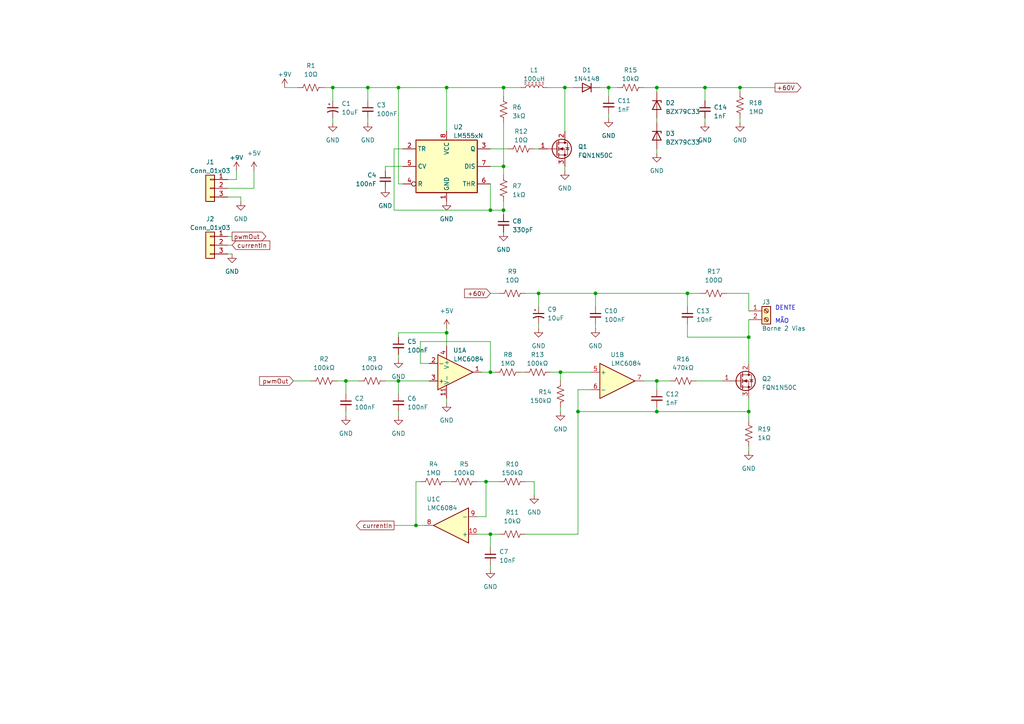
<source format=kicad_sch>
(kicad_sch (version 20221110) (generator eeschema)
  (paper "A4")
  (lib_symbols
    (symbol "Amplifier_Operational:LM324" (pin_names (offset 0.127))
      (property "Reference" "U" (at 0 5.08 0))
      (property "Value" "LM324" (at 0 -5.08 0))
      (symbol "LM324_1_1"
        (polyline (pts (xy -5.08 5.08) (xy 5.08 0) (xy -5.08 -5.08) (xy -5.08 5.08)) (stroke (width 0.254)) (fill (type background)))
        (pin output line (at 7.62 0 180) (length 2.54) (name "~") (number "1"))
        (pin input line (at -7.62 -2.54 0) (length 2.54) (name "-") (number "2"))
        (pin input line (at -7.62 2.54 0) (length 2.54) (name "+") (number "3"))
      )
      (symbol "LM324_2_1"
        (polyline (pts (xy -5.08 5.08) (xy 5.08 0) (xy -5.08 -5.08) (xy -5.08 5.08)) (stroke (width 0.254)) (fill (type background)))
        (pin input line (at -7.62 2.54 0) (length 2.54) (name "+") (number "5"))
        (pin input line (at -7.62 -2.54 0) (length 2.54) (name "-") (number "6"))
        (pin output line (at 7.62 0 180) (length 2.54) (name "~") (number "7"))
      )
      (symbol "LM324_3_1"
        (polyline (pts (xy -5.08 5.08) (xy 5.08 0) (xy -5.08 -5.08) (xy -5.08 5.08)) (stroke (width 0.254)) (fill (type background)))
        (pin input line (at -7.62 2.54 0) (length 2.54) (name "+") (number "10"))
        (pin output line (at 7.62 0 180) (length 2.54) (name "~") (number "8"))
        (pin input line (at -7.62 -2.54 0) (length 2.54) (name "-") (number "9"))
      )
      (symbol "LM324_4_1"
        (polyline (pts (xy -5.08 5.08) (xy 5.08 0) (xy -5.08 -5.08) (xy -5.08 5.08)) (stroke (width 0.254)) (fill (type background)))
        (pin input line (at -7.62 2.54 0) (length 2.54) (name "+") (number "12"))
        (pin input line (at -7.62 -2.54 0) (length 2.54) (name "-") (number "13"))
        (pin output line (at 7.62 0 180) (length 2.54) (name "~") (number "14"))
      )
      (symbol "LM324_5_1"
        (pin power_in line (at -2.54 -7.62 90) (length 3.81) (name "V-") (number "11"))
        (pin power_in line (at -2.54 7.62 270) (length 3.81) (name "V+") (number "4"))
      )
    )
    (symbol "Connector:Screw_Terminal_01x02" (pin_names (offset 1.016) hide)
      (property "Reference" "J" (at 0 2.54 0))
      (property "Value" "Screw_Terminal_01x02" (at 0 -5.08 0))
      (symbol "Screw_Terminal_01x02_1_1"
        (rectangle (start -1.27 1.27) (end 1.27 -3.81) (stroke (width 0.254)) (fill (type background)))
        (circle (center 0 -2.54) (radius 0.635) (stroke (width 0.1524)))
        (polyline (pts (xy -0.5334 -2.2098) (xy 0.3302 -3.048)) (stroke (width 0.1524)))
        (polyline (pts (xy -0.5334 0.3302) (xy 0.3302 -0.508)) (stroke (width 0.1524)))
        (polyline (pts (xy -0.3556 -2.032) (xy 0.508 -2.8702)) (stroke (width 0.1524)))
        (polyline (pts (xy -0.3556 0.508) (xy 0.508 -0.3302)) (stroke (width 0.1524)))
        (circle (center 0 0) (radius 0.635) (stroke (width 0.1524)))
        (pin passive line (at -5.08 0 0) (length 3.81) (name "Pin_1") (number "1"))
        (pin passive line (at -5.08 -2.54 0) (length 3.81) (name "Pin_2") (number "2"))
      )
    )
    (symbol "Connector_Generic:Conn_01x03" (pin_names (offset 1.016) hide)
      (property "Reference" "J" (at 0 5.08 0))
      (property "Value" "Conn_01x03" (at 0 -5.08 0))
      (symbol "Conn_01x03_1_1"
        (rectangle (start -1.27 -2.413) (end 0 -2.667) (stroke (width 0.1524)))
        (rectangle (start -1.27 0.127) (end 0 -0.127) (stroke (width 0.1524)))
        (rectangle (start -1.27 2.667) (end 0 2.413) (stroke (width 0.1524)))
        (rectangle (start -1.27 3.81) (end 1.27 -3.81) (stroke (width 0.254)) (fill (type background)))
        (pin passive line (at -5.08 2.54 0) (length 3.81) (name "Pin_1") (number "1"))
        (pin passive line (at -5.08 0 0) (length 3.81) (name "Pin_2") (number "2"))
        (pin passive line (at -5.08 -2.54 0) (length 3.81) (name "Pin_3") (number "3"))
      )
    )
    (symbol "Device:C_Polarized_Small_US" (pin_numbers hide) (pin_names (offset 0.254) hide)
      (property "Reference" "C" (at 0.254 1.778 0))
      (property "Value" "C_Polarized_Small_US" (at 0.254 -2.032 0))
      (symbol "C_Polarized_Small_US_0_1"
        (polyline (pts (xy -1.524 0.508) (xy 1.524 0.508)) (stroke (width 0.3048)))
        (polyline (pts (xy -1.27 1.524) (xy -0.762 1.524)))
        (polyline (pts (xy -1.016 1.27) (xy -1.016 1.778)))
        (arc (start 1.524 -0.762) (mid 0 -0.3734) (end -1.524 -0.762) (stroke (width 0.3048)))
      )
      (symbol "C_Polarized_Small_US_1_1"
        (pin passive line (at 0 2.54 270) (length 2.032) (name "~") (number "1"))
        (pin passive line (at 0 -2.54 90) (length 2.032) (name "~") (number "2"))
      )
    )
    (symbol "Device:C_Small" (pin_numbers hide) (pin_names (offset 0.254) hide)
      (property "Reference" "C" (at 0.254 1.778 0))
      (property "Value" "C_Small" (at 0.254 -2.032 0))
      (symbol "C_Small_0_1"
        (polyline (pts (xy -1.524 -0.508) (xy 1.524 -0.508)) (stroke (width 0.3302)))
        (polyline (pts (xy -1.524 0.508) (xy 1.524 0.508)) (stroke (width 0.3048)))
      )
      (symbol "C_Small_1_1"
        (pin passive line (at 0 2.54 270) (length 2.032) (name "~") (number "1"))
        (pin passive line (at 0 -2.54 90) (length 2.032) (name "~") (number "2"))
      )
    )
    (symbol "Device:D_Zener" (pin_numbers hide) (pin_names (offset 1.016) hide)
      (property "Reference" "D" (at 0 2.54 0))
      (property "Value" "D_Zener" (at 0 -2.54 0))
      (symbol "D_Zener_0_1"
        (polyline (pts (xy 1.27 0) (xy -1.27 0)))
        (polyline (pts (xy -1.27 -1.27) (xy -1.27 1.27) (xy -0.762 1.27)) (stroke (width 0.254)))
        (polyline (pts (xy 1.27 -1.27) (xy 1.27 1.27) (xy -1.27 0) (xy 1.27 -1.27)) (stroke (width 0.254)))
      )
      (symbol "D_Zener_1_1"
        (pin passive line (at -3.81 0 0) (length 2.54) (name "K") (number "1"))
        (pin passive line (at 3.81 0 180) (length 2.54) (name "A") (number "2"))
      )
    )
    (symbol "Device:L_Ferrite" (pin_numbers hide) (pin_names (offset 1.016) hide)
      (property "Reference" "L" (at -1.27 0 90))
      (property "Value" "L_Ferrite" (at 2.794 0 90))
      (symbol "L_Ferrite_0_1"
        (arc (start 0 -2.54) (mid 0.6323 -1.905) (end 0 -1.27))
        (arc (start 0 -1.27) (mid 0.6323 -0.635) (end 0 0))
        (polyline (pts (xy 1.016 -2.794) (xy 1.016 -2.286)))
        (polyline (pts (xy 1.016 -1.778) (xy 1.016 -1.27)))
        (polyline (pts (xy 1.016 -0.762) (xy 1.016 -0.254)))
        (polyline (pts (xy 1.016 0.254) (xy 1.016 0.762)))
        (polyline (pts (xy 1.016 1.27) (xy 1.016 1.778)))
        (polyline (pts (xy 1.016 2.286) (xy 1.016 2.794)))
        (polyline (pts (xy 1.524 -2.286) (xy 1.524 -2.794)))
        (polyline (pts (xy 1.524 -1.27) (xy 1.524 -1.778)))
        (polyline (pts (xy 1.524 -0.254) (xy 1.524 -0.762)))
        (polyline (pts (xy 1.524 0.762) (xy 1.524 0.254)))
        (polyline (pts (xy 1.524 1.778) (xy 1.524 1.27)))
        (polyline (pts (xy 1.524 2.794) (xy 1.524 2.286)))
        (arc (start 0 0) (mid 0.6323 0.635) (end 0 1.27))
        (arc (start 0 1.27) (mid 0.6323 1.905) (end 0 2.54))
      )
      (symbol "L_Ferrite_1_1"
        (pin passive line (at 0 3.81 270) (length 1.27) (name "1") (number "1"))
        (pin passive line (at 0 -3.81 90) (length 1.27) (name "2") (number "2"))
      )
    )
    (symbol "Device:Q_NMOS_GDS" (pin_names (offset 0) hide)
      (property "Reference" "Q" (at 5.08 1.27 0))
      (property "Value" "Q_NMOS_GDS" (at 5.08 -1.27 0))
      (symbol "Q_NMOS_GDS_0_1"
        (polyline (pts (xy 0.254 0) (xy -2.54 0)))
        (polyline (pts (xy 0.254 1.905) (xy 0.254 -1.905)) (stroke (width 0.254)))
        (polyline (pts (xy 0.762 -1.27) (xy 0.762 -2.286)) (stroke (width 0.254)))
        (polyline (pts (xy 0.762 0.508) (xy 0.762 -0.508)) (stroke (width 0.254)))
        (polyline (pts (xy 0.762 2.286) (xy 0.762 1.27)) (stroke (width 0.254)))
        (polyline (pts (xy 2.54 2.54) (xy 2.54 1.778)))
        (polyline (pts (xy 2.54 -2.54) (xy 2.54 0) (xy 0.762 0)))
        (polyline (pts (xy 0.762 -1.778) (xy 3.302 -1.778) (xy 3.302 1.778) (xy 0.762 1.778)))
        (polyline (pts (xy 1.016 0) (xy 2.032 0.381) (xy 2.032 -0.381) (xy 1.016 0)) (fill (type outline)))
        (polyline (pts (xy 2.794 0.508) (xy 2.921 0.381) (xy 3.683 0.381) (xy 3.81 0.254)))
        (polyline (pts (xy 3.302 0.381) (xy 2.921 -0.254) (xy 3.683 -0.254) (xy 3.302 0.381)))
        (circle (center 1.651 0) (radius 2.794) (stroke (width 0.254)))
        (circle (center 2.54 -1.778) (radius 0.254) (fill (type outline)))
        (circle (center 2.54 1.778) (radius 0.254) (fill (type outline)))
      )
      (symbol "Q_NMOS_GDS_1_1"
        (pin input line (at -5.08 0 0) (length 2.54) (name "G") (number "1"))
        (pin passive line (at 2.54 5.08 270) (length 2.54) (name "D") (number "2"))
        (pin passive line (at 2.54 -5.08 90) (length 2.54) (name "S") (number "3"))
      )
    )
    (symbol "Device:R_US" (pin_numbers hide) (pin_names (offset 0))
      (property "Reference" "R" (at 2.54 0 90))
      (property "Value" "R_US" (at -2.54 0 90))
      (symbol "R_US_0_1"
        (polyline (pts (xy 0 -2.286) (xy 0 -2.54)))
        (polyline (pts (xy 0 2.286) (xy 0 2.54)))
        (polyline (pts (xy 0 -0.762) (xy 1.016 -1.143) (xy 0 -1.524) (xy -1.016 -1.905) (xy 0 -2.286)))
        (polyline (pts (xy 0 0.762) (xy 1.016 0.381) (xy 0 0) (xy -1.016 -0.381) (xy 0 -0.762)))
        (polyline (pts (xy 0 2.286) (xy 1.016 1.905) (xy 0 1.524) (xy -1.016 1.143) (xy 0 0.762)))
      )
      (symbol "R_US_1_1"
        (pin passive line (at 0 3.81 270) (length 1.27) (name "~") (number "1"))
        (pin passive line (at 0 -3.81 90) (length 1.27) (name "~") (number "2"))
      )
    )
    (symbol "Diode:1N4148" (pin_numbers hide) (pin_names hide)
      (property "Reference" "D" (at 0 2.54 0))
      (property "Value" "1N4148" (at 0 -2.54 0))
      (symbol "1N4148_0_1"
        (polyline (pts (xy -1.27 1.27) (xy -1.27 -1.27)) (stroke (width 0.254)))
        (polyline (pts (xy 1.27 0) (xy -1.27 0)))
        (polyline (pts (xy 1.27 1.27) (xy 1.27 -1.27) (xy -1.27 0) (xy 1.27 1.27)) (stroke (width 0.254)))
      )
      (symbol "1N4148_1_1"
        (pin passive line (at -3.81 0 0) (length 2.54) (name "K") (number "1"))
        (pin passive line (at 3.81 0 180) (length 2.54) (name "A") (number "2"))
      )
    )
    (symbol "Timer:LM555xN"
      (property "Reference" "U" (at -10.16 8.89 0))
      (property "Value" "LM555xN" (at 2.54 8.89 0))
      (symbol "LM555xN_0_0"
        (pin power_in line (at 0 -10.16 90) (length 2.54) (name "GND") (number "1"))
        (pin power_in line (at 0 10.16 270) (length 2.54) (name "VCC") (number "8"))
      )
      (symbol "LM555xN_0_1"
        (rectangle (start -8.89 -7.62) (end 8.89 7.62) (stroke (width 0.254)) (fill (type background)))
        (rectangle (start -8.89 -7.62) (end 8.89 7.62) (stroke (width 0.254)) (fill (type background)))
      )
      (symbol "LM555xN_1_1"
        (pin input line (at -12.7 5.08 0) (length 3.81) (name "TR") (number "2"))
        (pin output line (at 12.7 5.08 180) (length 3.81) (name "Q") (number "3"))
        (pin input inverted (at -12.7 -5.08 0) (length 3.81) (name "R") (number "4"))
        (pin input line (at -12.7 0 0) (length 3.81) (name "CV") (number "5"))
        (pin input line (at 12.7 -5.08 180) (length 3.81) (name "THR") (number "6"))
        (pin input line (at 12.7 0 180) (length 3.81) (name "DIS") (number "7"))
      )
    )
    (symbol "power:+5V" (power) (pin_names (offset 0))
      (property "Value" "+5V" (at 0 3.556 0))
      (symbol "+5V_0_1"
        (polyline (pts (xy -0.762 1.27) (xy 0 2.54)))
        (polyline (pts (xy 0 0) (xy 0 2.54)))
        (polyline (pts (xy 0 2.54) (xy 0.762 1.27)))
      )
      (symbol "+5V_1_1"
        (pin power_in line (at 0 0 90) (length 0) hide (name "+5V") (number "1"))
      )
    )
    (symbol "power:+9V" (power) (pin_names (offset 0))
      (property "Value" "+9V" (at 0 3.556 0))
      (symbol "+9V_0_1"
        (polyline (pts (xy -0.762 1.27) (xy 0 2.54)))
        (polyline (pts (xy 0 0) (xy 0 2.54)))
        (polyline (pts (xy 0 2.54) (xy 0.762 1.27)))
      )
      (symbol "+9V_1_1"
        (pin power_in line (at 0 0 90) (length 0) hide (name "+9V") (number "1"))
      )
    )
    (symbol "power:GND" (power) (pin_names (offset 0))
      (property "Value" "GND" (at 0 -3.81 0))
      (symbol "GND_0_1"
        (polyline (pts (xy 0 0) (xy 0 -1.27) (xy 1.27 -1.27) (xy 0 -2.54) (xy -1.27 -1.27) (xy 0 -1.27)))
      )
      (symbol "GND_1_1"
        (pin power_in line (at 0 0 270) (length 0) hide (name "GND") (number "1"))
      )
    )
  )
  (junction (at 172.72 85.09))
  (junction (at 146.05 25.4))
  (junction (at 190.5 119.38))
  (junction (at 217.17 119.38))
  (junction (at 163.83 25.4))
  (junction (at 146.05 60.96))
  (junction (at 162.56 107.95))
  (junction (at 156.21 85.09))
  (junction (at 129.54 25.4))
  (junction (at 115.57 110.49))
  (junction (at 190.5 110.49))
  (junction (at 142.24 107.95))
  (junction (at 167.64 119.38))
  (junction (at 146.05 48.26))
  (junction (at 96.52 25.4))
  (junction (at 214.63 25.4))
  (junction (at 176.53 25.4))
  (junction (at 190.5 25.4))
  (junction (at 142.24 154.94))
  (junction (at 140.97 139.7))
  (junction (at 204.47 25.4))
  (junction (at 199.39 85.09))
  (junction (at 120.65 152.4))
  (junction (at 129.54 96.52))
  (junction (at 106.68 25.4))
  (junction (at 115.57 25.4))
  (junction (at 142.24 60.96))
  (junction (at 217.17 97.79))
  (junction (at 100.33 110.49))
  (wire (pts (xy 142.24 158.75) (xy 142.24 154.94)))
  (wire (pts (xy 114.3 43.18) (xy 114.3 60.96)))
  (wire (pts (xy 116.84 53.34) (xy 115.57 53.34)))
  (wire (pts (xy 121.92 105.41) (xy 124.46 105.41)))
  (wire (pts (xy 214.63 34.29) (xy 214.63 35.56)))
  (wire (pts (xy 190.5 43.18) (xy 190.5 44.45)))
  (wire (pts (xy 217.17 129.54) (xy 217.17 130.81)))
  (wire (pts (xy 115.57 102.87) (xy 115.57 104.14)))
  (wire (pts (xy 146.05 27.94) (xy 146.05 25.4)))
  (wire (pts (xy 115.57 25.4) (xy 129.54 25.4)))
  (wire (pts (xy 115.57 97.79) (xy 115.57 96.52)))
  (wire (pts (xy 190.5 118.11) (xy 190.5 119.38)))
  (wire (pts (xy 100.33 110.49) (xy 104.14 110.49)))
  (wire (pts (xy 167.64 154.94) (xy 167.64 119.38)))
  (wire (pts (xy 167.64 113.03) (xy 167.64 119.38)))
  (wire (pts (xy 142.24 99.06) (xy 121.92 99.06)))
  (wire (pts (xy 217.17 119.38) (xy 190.5 119.38)))
  (wire (pts (xy 111.76 48.26) (xy 116.84 48.26)))
  (wire (pts (xy 186.69 110.49) (xy 190.5 110.49)))
  (wire (pts (xy 82.55 25.4) (xy 86.36 25.4)))
  (wire (pts (xy 201.93 110.49) (xy 209.55 110.49)))
  (wire (pts (xy 146.05 50.8) (xy 146.05 48.26)))
  (wire (pts (xy 96.52 34.29) (xy 96.52 35.56)))
  (wire (pts (xy 142.24 43.18) (xy 147.32 43.18)))
  (wire (pts (xy 129.54 96.52) (xy 129.54 100.33)))
  (wire (pts (xy 100.33 110.49) (xy 100.33 114.3)))
  (wire (pts (xy 106.68 25.4) (xy 106.68 29.21)))
  (wire (pts (xy 106.68 34.29) (xy 106.68 35.56)))
  (wire (pts (xy 190.5 25.4) (xy 186.69 25.4)))
  (wire (pts (xy 106.68 25.4) (xy 96.52 25.4)))
  (wire (pts (xy 159.6998 107.95) (xy 162.56 107.95)))
  (wire (pts (xy 129.54 115.57) (xy 129.54 116.84)))
  (wire (pts (xy 154.94 139.7) (xy 152.4 139.7)))
  (wire (pts (xy 66.04 73.66) (xy 67.31 73.66)))
  (wire (pts (xy 210.82 85.09) (xy 217.17 85.09)))
  (wire (pts (xy 69.85 57.15) (xy 69.85 58.42)))
  (wire (pts (xy 66.04 57.15) (xy 69.85 57.15)))
  (wire (pts (xy 214.63 26.67) (xy 214.63 25.4)))
  (wire (pts (xy 162.56 118.11) (xy 162.56 119.38)))
  (wire (pts (xy 190.5 34.29) (xy 190.5 35.56)))
  (wire (pts (xy 115.57 25.4) (xy 106.68 25.4)))
  (wire (pts (xy 172.72 85.09) (xy 199.39 85.09)))
  (wire (pts (xy 114.3 152.4) (xy 120.65 152.4)))
  (wire (pts (xy 66.04 71.12) (xy 67.31 71.12)))
  (wire (pts (xy 114.3 60.96) (xy 142.24 60.96)))
  (wire (pts (xy 217.17 115.57) (xy 217.17 119.38)))
  (wire (pts (xy 121.92 139.7) (xy 120.65 139.7)))
  (wire (pts (xy 115.57 25.4) (xy 115.57 53.34)))
  (wire (pts (xy 142.24 154.94) (xy 144.78 154.94)))
  (wire (pts (xy 162.56 107.95) (xy 162.56 110.49)))
  (wire (pts (xy 140.97 139.7) (xy 144.78 139.7)))
  (wire (pts (xy 93.98 25.4) (xy 96.52 25.4)))
  (wire (pts (xy 163.83 25.4) (xy 163.83 38.1)))
  (wire (pts (xy 129.54 139.7) (xy 130.81 139.7)))
  (wire (pts (xy 217.17 85.09) (xy 217.17 90.17)))
  (wire (pts (xy 163.83 25.4) (xy 166.37 25.4)))
  (wire (pts (xy 73.66 54.61) (xy 66.04 54.61)))
  (wire (pts (xy 172.72 93.98) (xy 172.72 95.25)))
  (wire (pts (xy 199.39 88.9) (xy 199.39 85.09)))
  (wire (pts (xy 214.63 25.4) (xy 224.79 25.4)))
  (wire (pts (xy 129.54 95.25) (xy 129.54 96.52)))
  (wire (pts (xy 146.05 48.26) (xy 142.24 48.26)))
  (wire (pts (xy 156.21 85.09) (xy 172.72 85.09)))
  (wire (pts (xy 151.13 107.95) (xy 152.0798 107.95)))
  (wire (pts (xy 142.24 107.95) (xy 142.24 99.06)))
  (wire (pts (xy 140.97 139.7) (xy 140.97 149.86)))
  (wire (pts (xy 156.21 93.98) (xy 156.21 95.25)))
  (wire (pts (xy 142.24 60.96) (xy 142.24 53.34)))
  (wire (pts (xy 176.53 25.4) (xy 176.53 27.94)))
  (wire (pts (xy 217.17 105.41) (xy 217.17 97.79)))
  (wire (pts (xy 146.05 25.4) (xy 129.54 25.4)))
  (wire (pts (xy 154.94 143.51) (xy 154.94 139.7)))
  (wire (pts (xy 142.24 85.09) (xy 144.78 85.09)))
  (wire (pts (xy 97.79 110.49) (xy 100.33 110.49)))
  (wire (pts (xy 121.92 99.06) (xy 121.92 105.41)))
  (wire (pts (xy 129.54 38.1) (xy 129.54 25.4)))
  (wire (pts (xy 142.24 163.83) (xy 142.24 165.1)))
  (wire (pts (xy 66.04 68.58) (xy 67.31 68.58)))
  (wire (pts (xy 115.57 110.49) (xy 124.46 110.49)))
  (wire (pts (xy 115.57 96.52) (xy 129.54 96.52)))
  (wire (pts (xy 199.39 97.79) (xy 217.17 97.79)))
  (wire (pts (xy 146.05 25.4) (xy 151.13 25.4)))
  (wire (pts (xy 116.84 43.18) (xy 114.3 43.18)))
  (wire (pts (xy 120.65 139.7) (xy 120.65 152.4)))
  (wire (pts (xy 68.58 52.07) (xy 66.04 52.07)))
  (wire (pts (xy 172.72 88.9) (xy 172.72 85.09)))
  (wire (pts (xy 190.5 110.49) (xy 194.31 110.49)))
  (wire (pts (xy 138.43 149.86) (xy 140.97 149.86)))
  (wire (pts (xy 173.99 25.4) (xy 176.53 25.4)))
  (wire (pts (xy 142.24 60.96) (xy 146.05 60.96)))
  (wire (pts (xy 163.83 48.26) (xy 163.83 49.53)))
  (wire (pts (xy 111.76 49.53) (xy 111.76 48.26)))
  (wire (pts (xy 158.75 25.4) (xy 163.83 25.4)))
  (wire (pts (xy 115.57 114.3) (xy 115.57 110.49)))
  (wire (pts (xy 96.52 25.4) (xy 96.52 29.21)))
  (wire (pts (xy 146.05 35.56) (xy 146.05 48.26)))
  (wire (pts (xy 142.24 107.95) (xy 143.51 107.95)))
  (wire (pts (xy 190.5 110.49) (xy 190.5 113.03)))
  (wire (pts (xy 152.4 154.94) (xy 167.64 154.94)))
  (wire (pts (xy 204.47 34.29) (xy 204.47 35.56)))
  (wire (pts (xy 190.5 26.67) (xy 190.5 25.4)))
  (wire (pts (xy 171.45 113.03) (xy 167.64 113.03)))
  (wire (pts (xy 154.94 43.18) (xy 156.21 43.18)))
  (wire (pts (xy 111.76 110.49) (xy 115.57 110.49)))
  (wire (pts (xy 85.09 110.49) (xy 90.17 110.49)))
  (wire (pts (xy 176.53 33.02) (xy 176.53 34.29)))
  (wire (pts (xy 139.7 107.95) (xy 142.24 107.95)))
  (wire (pts (xy 138.43 154.94) (xy 142.24 154.94)))
  (wire (pts (xy 217.17 121.92) (xy 217.17 119.38)))
  (wire (pts (xy 68.58 49.53) (xy 68.58 52.07)))
  (wire (pts (xy 120.65 152.4) (xy 123.19 152.4)))
  (wire (pts (xy 217.17 92.71) (xy 217.17 97.79)))
  (wire (pts (xy 100.33 119.38) (xy 100.33 120.65)))
  (wire (pts (xy 115.57 119.38) (xy 115.57 120.65)))
  (wire (pts (xy 152.4 85.09) (xy 156.21 85.09)))
  (wire (pts (xy 162.56 107.95) (xy 171.45 107.95)))
  (wire (pts (xy 167.64 119.38) (xy 190.5 119.38)))
  (wire (pts (xy 204.47 25.4) (xy 214.63 25.4)))
  (wire (pts (xy 156.21 88.9) (xy 156.21 85.09)))
  (wire (pts (xy 190.5 25.4) (xy 204.47 25.4)))
  (wire (pts (xy 199.39 93.98) (xy 199.39 97.79)))
  (wire (pts (xy 199.39 85.09) (xy 203.2 85.09)))
  (wire (pts (xy 146.05 60.96) (xy 146.05 62.23)))
  (wire (pts (xy 204.47 25.4) (xy 204.47 29.21)))
  (wire (pts (xy 138.43 139.7) (xy 140.97 139.7)))
  (wire (pts (xy 176.53 25.4) (xy 179.07 25.4)))
  (wire (pts (xy 146.05 58.42) (xy 146.05 60.96)))
  (wire (pts (xy 73.66 49.53) (xy 73.66 54.61)))
  (text "MÃO" (at 224.79 93.98 0) (effects (font (size 1.27 1.27)) (justify left bottom)))
  (text "DENTE" (at 224.79 90.17 0) (effects (font (size 1.27 1.27)) (justify left bottom)))
  (global_label "pwmOut" (shape output) (at 67.31 68.58 0) (property "Referências das folhas" "${INTERSHEET_REFS}" (effects hide)))
  (global_label "+60V" (shape output) (at 224.79 25.4 0) (property "Referências das folhas" "${INTERSHEET_REFS}" (effects hide)))
  (global_label "pwmOut" (shape input) (at 85.09 110.49 180) (property "Referências das folhas" "${INTERSHEET_REFS}" (effects hide)))
  (global_label "currentIn" (shape output) (at 114.3 152.4 180) (property "Referências das folhas" "${INTERSHEET_REFS}" (effects hide)))
  (global_label "+60V" (shape input) (at 142.24 85.09 180) (property "Referências das folhas" "${INTERSHEET_REFS}" (effects hide)))
  (global_label "currentIn" (shape input) (at 67.31 71.12 0) (property "Referências das folhas" "${INTERSHEET_REFS}" (effects hide)))
  (symbol (lib_id "Device:C_Small") (at 111.76 52.07 0) (mirror y) (unit 1)
    (property "Reference" "C4" (at 109.22 50.8062 0) (effects (justify left)))
    (property "Value" "100nF" (at 109.22 53.3462 0) (effects (justify left)))
    (property "Footprint" "Capacitor_THT:C_Disc_D5.0mm_W2.5mm_P5.00mm" (effects hide))
  )
  (symbol (lib_id "power:GND") (at 163.83 49.53 0) (unit 1)
    (property "Reference" "#PWR020" (effects hide))
    (property "Value" "GND" (at 163.83 54.61 0))
  )
  (symbol (lib_id "Device:R_US") (at 93.98 110.49 90) (unit 1)
    (property "Reference" "R2" (at 93.98 104.14 90))
    (property "Value" "100kΩ" (at 93.98 106.68 90))
    (property "Footprint" "Resistor_THT:R_Axial_DIN0207_L6.3mm_D2.5mm_P10.16mm_Horizontal" (effects hide))
  )
  (symbol (lib_id "Device:R_US") (at 214.63 30.48 180) (unit 1)
    (property "Reference" "R18" (at 217.17 29.845 0) (effects (justify right)))
    (property "Value" "1MΩ" (at 217.17 32.385 0) (effects (justify right)))
    (property "Footprint" "Resistor_THT:R_Axial_DIN0207_L6.3mm_D2.5mm_P10.16mm_Horizontal" (effects hide))
  )
  (symbol (lib_id "Device:R_US") (at 125.73 139.7 90) (unit 1)
    (property "Reference" "R4" (at 125.73 134.62 90))
    (property "Value" "1MΩ" (at 125.73 137.16 90))
    (property "Footprint" "Resistor_THT:R_Axial_DIN0207_L6.3mm_D2.5mm_P10.16mm_Horizontal" (effects hide))
  )
  (symbol (lib_id "Device:R_US") (at 148.59 85.09 90) (unit 1)
    (property "Reference" "R9" (at 148.59 78.74 90))
    (property "Value" "10Ω" (at 148.59 81.28 90))
    (property "Footprint" "Resistor_THT:R_Axial_DIN0207_L6.3mm_D2.5mm_P10.16mm_Horizontal" (effects hide))
  )
  (symbol (lib_id "Device:R_US") (at 107.95 110.49 90) (unit 1)
    (property "Reference" "R3" (at 107.95 104.14 90))
    (property "Value" "100kΩ" (at 107.95 106.68 90))
    (property "Footprint" "Resistor_THT:R_Axial_DIN0207_L6.3mm_D2.5mm_P10.16mm_Horizontal" (effects hide))
  )
  (symbol (lib_id "Device:C_Small") (at 176.53 30.48 0) (unit 1)
    (property "Reference" "C11" (at 179.07 29.2162 0) (effects (justify left)))
    (property "Value" "100nF" (at 179.07 31.7562 0) (effects (justify left)))
    (property "Footprint" "Capacitor_THT:C_Disc_D5.0mm_W2.5mm_P5.00mm" (effects hide))
  )
  (symbol (lib_id "Connector_Generic:Conn_01x03") (at 60.96 71.12 0) (mirror y) (unit 1)
    (property "Reference" "J2" (at 60.96 63.5 0))
    (property "Value" "Conn_01x03" (at 60.96 66.04 0))
    (property "Footprint" "Connector_PinHeader_2.54mm:PinHeader_1x03_P2.54mm_Vertical" (effects hide))
  )
  (symbol (lib_id "Device:R_US") (at 198.12 110.49 90) (unit 1)
    (property "Reference" "R16" (at 198.12 104.14 90))
    (property "Value" "470kΩ" (at 198.12 106.68 90))
    (property "Footprint" "Resistor_THT:R_Axial_DIN0207_L6.3mm_D2.5mm_P10.16mm_Horizontal" (effects hide))
  )
  (symbol (lib_id "Device:R_US") (at 148.59 154.94 90) (unit 1)
    (property "Reference" "R11" (at 148.59 148.59 90))
    (property "Value" "10kΩ" (at 148.59 151.13 90))
    (property "Footprint" "Resistor_THT:R_Axial_DIN0207_L6.3mm_D2.5mm_P10.16mm_Horizontal" (effects hide))
  )
  (symbol (lib_id "power:GND") (at 162.56 119.38 0) (unit 1)
    (property "Reference" "#PWR019" (effects hide))
    (property "Value" "GND" (at 162.56 124.46 0))
  )
  (symbol (lib_id "Device:R_US") (at 217.17 125.73 180) (unit 1)
    (property "Reference" "R19" (at 219.71 124.4599 0) (effects (justify right)))
    (property "Value" "1kΩ" (at 219.71 126.9999 0) (effects (justify right)))
    (property "Footprint" "Resistor_THT:R_Axial_DIN0207_L6.3mm_D2.5mm_P10.16mm_Horizontal" (effects hide))
  )
  (symbol (lib_id "power:GND") (at 154.94 143.51 0) (unit 1)
    (property "Reference" "#PWR017" (effects hide))
    (property "Value" "GND" (at 154.94 148.59 0))
  )
  (symbol (lib_id "power:GND") (at 146.05 67.31 0) (unit 1)
    (property "Reference" "#PWR016" (effects hide))
    (property "Value" "GND" (at 146.05 72.39 0))
  )
  (symbol (lib_id "power:GND") (at 142.24 165.1 0) (unit 1)
    (property "Reference" "#PWR015" (effects hide))
    (property "Value" "GND" (at 142.24 170.18 0))
  )
  (symbol (lib_id "Device:C_Small") (at 142.24 161.29 0) (unit 1)
    (property "Reference" "C7" (at 144.78 160.0262 0) (effects (justify left)))
    (property "Value" "10nF" (at 144.78 162.5662 0) (effects (justify left)))
    (property "Footprint" "Capacitor_THT:C_Disc_D5.0mm_W2.5mm_P5.00mm" (effects hide))
  )
  (symbol (lib_id "power:GND") (at 172.72 95.25 0) (unit 1)
    (property "Reference" "#PWR021" (effects hide))
    (property "Value" "GND" (at 172.72 100.33 0))
  )
  (symbol (lib_id "Device:C_Small") (at 199.39 91.44 0) (unit 1)
    (property "Reference" "C13" (at 201.93 90.1762 0) (effects (justify left)))
    (property "Value" "10nF" (at 201.93 92.7162 0) (effects (justify left)))
    (property "Footprint" "Capacitor_THT:C_Disc_D5.0mm_W2.5mm_P5.00mm" (effects hide))
  )
  (symbol (lib_id "power:GND") (at 67.31 73.66 0) (unit 1)
    (property "Reference" "#PWR01" (effects hide))
    (property "Value" "GND" (at 67.31 78.74 0))
  )
  (symbol (lib_id "power:GND") (at 129.54 58.42 0) (unit 1)
    (property "Reference" "#PWR012" (effects hide))
    (property "Value" "GND" (at 129.54 63.5 0))
  )
  (symbol (lib_id "Device:D_Zener") (at 190.5 39.37 270) (unit 1)
    (property "Reference" "D3" (at 193.04 38.735 90) (effects (justify left)))
    (property "Value" "BZX79C33" (at 193.04 41.275 90) (effects (justify left)))
    (property "Footprint" "Diode_THT:D_DO-35_SOD27_P7.62mm_Horizontal" (effects hide))
    (property "Datasheet" "https://assets.nexperia.com/documents/data-sheet/BZX79.pdf" (effects hide))
  )
  (symbol (lib_id "Timer:LM555xN") (at 129.54 48.26 0) (unit 1)
    (property "Reference" "U2" (at 131.4959 36.83 0) (effects (justify left)))
    (property "Value" "LM555xN" (at 131.4959 39.37 0) (effects (justify left)))
    (property "Footprint" "Package_DIP:DIP-8_W7.62mm" (effects hide))
    (property "Datasheet" "http://www.ti.com/lit/ds/symlink/lm555.pdf" (effects hide))
  )
  (symbol (lib_id "power:GND") (at 106.68 35.56 0) (unit 1)
    (property "Reference" "#PWR08" (effects hide))
    (property "Value" "GND" (at 106.68 40.64 0))
  )
  (symbol (lib_id "Device:R_US") (at 134.62 139.7 90) (unit 1)
    (property "Reference" "R5" (at 134.62 134.62 90))
    (property "Value" "100kΩ" (at 134.62 137.16 90))
    (property "Footprint" "Resistor_THT:R_Axial_DIN0207_L6.3mm_D2.5mm_P10.16mm_Horizontal" (effects hide))
  )
  (symbol (lib_id "Device:C_Small") (at 115.57 100.33 0) (unit 1)
    (property "Reference" "C5" (at 118.11 99.0662 0) (effects (justify left)))
    (property "Value" "100nF" (at 118.11 101.6062 0) (effects (justify left)))
    (property "Footprint" "Capacitor_THT:C_Disc_D5.0mm_W2.5mm_P5.00mm" (effects hide))
  )
  (symbol (lib_id "power:GND") (at 217.17 130.81 0) (unit 1)
    (property "Reference" "#PWR026" (effects hide))
    (property "Value" "GND" (at 217.17 135.89 0))
  )
  (symbol (lib_id "Device:R_US") (at 147.32 107.95 90) (unit 1)
    (property "Reference" "R8" (at 147.32 102.87 90))
    (property "Value" "1MΩ" (at 147.32 105.41 90))
    (property "Footprint" "Resistor_THT:R_Axial_DIN0207_L6.3mm_D2.5mm_P10.16mm_Horizontal" (effects hide))
  )
  (symbol (lib_id "power:+5V") (at 129.54 95.25 0) (unit 1)
    (property "Reference" "#PWR013" (effects hide))
    (property "Value" "+5V" (at 129.54 90.17 0))
  )
  (symbol (lib_id "power:GND") (at 129.54 116.84 0) (unit 1)
    (property "Reference" "#PWR014" (effects hide))
    (property "Value" "GND" (at 129.54 121.92 0))
  )
  (symbol (lib_id "Diode:1N4148") (at 170.18 25.4 180) (unit 1)
    (property "Reference" "D1" (at 170.18 20.32 0))
    (property "Value" "1N4148" (at 170.18 22.86 0))
    (property "Footprint" "Diode_THT:D_DO-35_SOD27_P7.62mm_Horizontal" (effects hide))
    (property "Datasheet" "https://assets.nexperia.com/documents/data-sheet/1N4148_1N4448.pdf" (effects hide))
  )
  (symbol (lib_id "Device:R_US") (at 148.59 139.7 90) (unit 1)
    (property "Reference" "R10" (at 148.59 134.62 90))
    (property "Value" "150kΩ" (at 148.59 137.16 90))
    (property "Footprint" "Resistor_THT:R_Axial_DIN0207_L6.3mm_D2.5mm_P10.16mm_Horizontal" (effects hide))
  )
  (symbol (lib_id "Device:C_Small") (at 190.5 115.57 0) (unit 1)
    (property "Reference" "C12" (at 193.04 114.3062 0) (effects (justify left)))
    (property "Value" "1nF" (at 193.04 116.8462 0) (effects (justify left)))
    (property "Footprint" "Capacitor_THT:C_Disc_D5.0mm_W2.5mm_P5.00mm" (effects hide))
  )
  (symbol (lib_id "Amplifier_Operational:LM324") (at 127 107.95 0) (mirror y) (unit 5)
    (property "Reference" "U1" (effects hide))
    (property "Value" "LMC6084" (effects hide))
    (property "Footprint" "GLuisF:SOIC-14_to_DIP-14_Adapter" (effects hide))
    (property "Datasheet" "https://www.ti.com/lit/ds/symlink/lmc6084.pdf" (effects hide))
  )
  (symbol (lib_id "power:GND") (at 100.33 120.65 0) (unit 1)
    (property "Reference" "#PWR07" (effects hide))
    (property "Value" "GND" (at 100.33 125.73 0))
  )
  (symbol (lib_id "Device:R_US") (at 162.56 114.3 0) (mirror x) (unit 1)
    (property "Reference" "R14" (at 160.02 113.665 0) (effects (justify right)))
    (property "Value" "150kΩ" (at 160.02 116.205 0) (effects (justify right)))
    (property "Footprint" "Resistor_THT:R_Axial_DIN0207_L6.3mm_D2.5mm_P10.16mm_Horizontal" (effects hide))
  )
  (symbol (lib_id "Device:R_US") (at 182.88 25.4 90) (unit 1)
    (property "Reference" "R15" (at 182.88 20.32 90))
    (property "Value" "100kΩ" (at 182.88 22.86 90))
    (property "Footprint" "Resistor_THT:R_Axial_DIN0207_L6.3mm_D2.5mm_P10.16mm_Horizontal" (effects hide))
  )
  (symbol (lib_id "power:GND") (at 214.63 35.56 0) (unit 1)
    (property "Reference" "#PWR025" (effects hide))
    (property "Value" "GND" (at 214.63 40.64 0))
  )
  (symbol (lib_id "Device:C_Small") (at 115.57 116.84 0) (unit 1)
    (property "Reference" "C6" (at 118.11 115.5762 0) (effects (justify left)))
    (property "Value" "100nF" (at 118.11 118.1162 0) (effects (justify left)))
    (property "Footprint" "Capacitor_THT:C_Disc_D5.0mm_W2.5mm_P5.00mm" (effects hide))
  )
  (symbol (lib_id "Device:L_Ferrite") (at 154.94 25.4 90) (unit 1)
    (property "Reference" "L1" (at 154.94 20.32 90))
    (property "Value" "100uH" (at 154.94 22.86 90))
    (property "Footprint" "Inductor_SMD:L_Wuerth_WE-TPC-3816" (effects hide))
    (property "Datasheet" "https://www.we-online.com/catalog/datasheet/744031101.pdf" (effects hide))
  )
  (symbol (lib_id "Connector_Generic:Conn_01x03") (at 60.96 54.61 0) (mirror y) (unit 1)
    (property "Reference" "J1" (at 60.96 46.99 0))
    (property "Value" "Conn_01x03" (at 60.96 49.53 0))
    (property "Footprint" "Connector_PinHeader_2.54mm:PinHeader_1x03_P2.54mm_Vertical" (effects hide))
  )
  (symbol (lib_id "power:GND") (at 115.57 120.65 0) (unit 1)
    (property "Reference" "#PWR011" (effects hide))
    (property "Value" "GND" (at 115.57 125.73 0))
  )
  (symbol (lib_id "Device:Q_NMOS_GDS") (at 161.29 43.18 0) (unit 1)
    (property "Reference" "Q1" (at 167.64 42.545 0) (effects (justify left)))
    (property "Value" "FQN1N50C" (at 167.64 45.085 0) (effects (justify left)))
    (property "Footprint" "Package_TO_SOT_THT:TO-92L_Inline_Wide" (effects hide))
    (property "Datasheet" "https://www.mouser.com/datasheet/2/149/FQN1N50C-112783.pdf" (effects hide))
  )
  (symbol (lib_id "power:GND") (at 156.21 95.25 0) (unit 1)
    (property "Reference" "#PWR018" (effects hide))
    (property "Value" "GND" (at 156.21 100.33 0))
  )
  (symbol (lib_id "Connector:Screw_Terminal_01x02") (at 222.25 90.17 0) (unit 1)
    (property "Reference" "J3" (at 220.98 87.63 0) (effects (justify left)))
    (property "Value" "Borne 2 Vias" (at 220.98 95.25 0) (effects (justify left)))
    (property "Footprint" "TerminalBlock_Phoenix:TerminalBlock_Phoenix_MKDS-1,5-2-5.08_1x02_P5.08mm_Horizontal" (effects hide))
  )
  (symbol (lib_id "power:GND") (at 69.85 58.42 0) (unit 1)
    (property "Reference" "#PWR03" (effects hide))
    (property "Value" "GND" (at 69.85 63.5 0))
  )
  (symbol (lib_id "power:GND") (at 204.47 35.56 0) (unit 1)
    (property "Reference" "#PWR024" (effects hide))
    (property "Value" "GND" (at 204.47 40.64 0))
  )
  (symbol (lib_id "power:GND") (at 176.53 34.29 0) (unit 1)
    (property "Reference" "#PWR022" (effects hide))
    (property "Value" "GND" (at 176.53 39.37 0))
  )
  (symbol (lib_id "power:GND") (at 111.76 54.61 0) (unit 1)
    (property "Reference" "#PWR09" (effects hide))
    (property "Value" "GND" (at 111.76 59.69 0))
  )
  (symbol (lib_id "Device:C_Polarized_Small_US") (at 96.52 31.75 0) (unit 1)
    (property "Reference" "C1" (at 99.06 30.0481 0) (effects (justify left)))
    (property "Value" "10uF" (at 99.06 32.5881 0) (effects (justify left)))
    (property "Footprint" "Capacitor_THT:CP_Radial_D5.0mm_P2.50mm" (effects hide))
  )
  (symbol (lib_id "Device:R_US") (at 146.05 31.75 180) (unit 1)
    (property "Reference" "R6" (at 148.59 31.115 0) (effects (justify right)))
    (property "Value" "100kΩ" (at 148.59 33.655 0) (effects (justify right)))
    (property "Footprint" "Resistor_THT:R_Axial_DIN0207_L6.3mm_D2.5mm_P10.16mm_Horizontal" (effects hide))
  )
  (symbol (lib_id "power:GND") (at 190.5 44.45 0) (unit 1)
    (property "Reference" "#PWR023" (effects hide))
    (property "Value" "GND" (at 190.5 49.53 0))
  )
  (symbol (lib_id "Device:R_US") (at 151.13 43.18 90) (unit 1)
    (property "Reference" "R12" (at 151.13 38.1 90))
    (property "Value" "100kΩ" (at 151.13 40.64 90))
    (property "Footprint" "Resistor_THT:R_Axial_DIN0207_L6.3mm_D2.5mm_P10.16mm_Horizontal" (effects hide))
  )
  (symbol (lib_id "Device:R_US") (at 90.17 25.4 90) (unit 1)
    (property "Reference" "R1" (at 90.17 19.05 90))
    (property "Value" "100kΩ" (at 90.17 21.59 90))
    (property "Footprint" "Resistor_THT:R_Axial_DIN0207_L6.3mm_D2.5mm_P10.16mm_Horizontal" (effects hide))
  )
  (symbol (lib_id "Device:R_US") (at 155.8898 107.95 90) (unit 1)
    (property "Reference" "R13" (at 155.8898 102.87 90))
    (property "Value" "100kΩ" (at 155.8898 105.41 90))
    (property "Footprint" "Resistor_THT:R_Axial_DIN0207_L6.3mm_D2.5mm_P10.16mm_Horizontal" (effects hide))
  )
  (symbol (lib_id "power:+9V") (at 68.58 49.53 0) (unit 1)
    (property "Reference" "#PWR02" (effects hide))
    (property "Value" "+9V" (at 68.58 45.72 0))
  )
  (symbol (lib_id "Device:C_Polarized_Small_US") (at 156.21 91.44 0) (unit 1)
    (property "Reference" "C9" (at 158.75 89.7381 0) (effects (justify left)))
    (property "Value" "10uF" (at 158.75 92.2781 0) (effects (justify left)))
    (property "Footprint" "Capacitor_THT:CP_Radial_D5.0mm_P2.50mm" (effects hide))
  )
  (symbol (lib_id "Device:C_Small") (at 146.05 64.77 0) (unit 1)
    (property "Reference" "C8" (at 148.59 64.1413 0) (effects (justify left)))
    (property "Value" "100nF" (at 148.59 66.6813 0) (effects (justify left)))
    (property "Footprint" "Capacitor_THT:C_Disc_D5.0mm_W2.5mm_P5.00mm" (effects hide))
  )
  (symbol (lib_id "Device:C_Small") (at 204.47 31.75 0) (unit 1)
    (property "Reference" "C14" (at 207.01 31.1213 0) (effects (justify left)))
    (property "Value" "100nF" (at 207.01 33.6613 0) (effects (justify left)))
    (property "Footprint" "Capacitor_THT:C_Disc_D5.0mm_W2.5mm_P5.00mm" (effects hide))
  )
  (symbol (lib_id "power:+5V") (at 73.66 49.53 0) (unit 1)
    (property "Reference" "#PWR04" (effects hide))
    (property "Value" "+5V" (at 73.66 44.45 0))
  )
  (symbol (lib_id "Amplifier_Operational:LM324") (at 132.08 107.95 0) (mirror x) (unit 1)
    (property "Reference" "U1" (at 133.35 101.6 0))
    (property "Value" "LMC6084" (at 135.89 104.14 0))
    (property "Footprint" "GLuisF:SOIC-14_to_DIP-14_Adapter" (effects hide))
    (property "Datasheet" "https://www.ti.com/lit/ds/symlink/lmc6084.pdf" (effects hide))
  )
  (symbol (lib_id "Device:C_Small") (at 100.33 116.84 0) (unit 1)
    (property "Reference" "C2" (at 102.87 115.5762 0) (effects (justify left)))
    (property "Value" "100nF" (at 102.87 118.1162 0) (effects (justify left)))
    (property "Footprint" "Capacitor_THT:C_Disc_D5.0mm_W2.5mm_P5.00mm" (effects hide))
  )
  (symbol (lib_id "power:GND") (at 115.57 104.14 0) (unit 1)
    (property "Reference" "#PWR010" (effects hide))
    (property "Value" "GND" (at 115.57 109.22 0))
  )
  (symbol (lib_id "Device:C_Small") (at 106.68 31.75 0) (unit 1)
    (property "Reference" "C3" (at 109.22 30.4862 0) (effects (justify left)))
    (property "Value" "100nF" (at 109.22 33.0262 0) (effects (justify left)))
    (property "Footprint" "Capacitor_THT:C_Disc_D5.0mm_W2.5mm_P5.00mm" (effects hide))
  )
  (symbol (lib_id "Device:C_Small") (at 172.72 91.44 0) (unit 1)
    (property "Reference" "C10" (at 175.26 90.1762 0) (effects (justify left)))
    (property "Value" "100nF" (at 175.26 92.7162 0) (effects (justify left)))
    (property "Footprint" "Capacitor_THT:C_Disc_D5.0mm_W2.5mm_P5.00mm" (effects hide))
  )
  (symbol (lib_id "Device:R_US") (at 146.05 54.61 180) (unit 1)
    (property "Reference" "R7" (at 148.59 53.975 0) (effects (justify right)))
    (property "Value" "100kΩ" (at 148.59 56.515 0) (effects (justify right)))
    (property "Footprint" "Resistor_THT:R_Axial_DIN0207_L6.3mm_D2.5mm_P10.16mm_Horizontal" (effects hide))
  )
  (symbol (lib_id "power:+9V") (at 82.55 25.4 0) (unit 1)
    (property "Reference" "#PWR05" (effects hide))
    (property "Value" "+9V" (at 82.55 21.59 0))
  )
  (symbol (lib_id "Device:D_Zener") (at 190.5 30.48 270) (unit 1)
    (property "Reference" "D2" (at 193.04 29.845 90) (effects (justify left)))
    (property "Value" "BZX79C33" (at 193.04 32.385 90) (effects (justify left)))
    (property "Footprint" "Diode_THT:D_DO-35_SOD27_P7.62mm_Horizontal" (effects hide))
    (property "Datasheet" "https://assets.nexperia.com/documents/data-sheet/BZX79.pdf" (effects hide))
  )
  (symbol (lib_id "Amplifier_Operational:LM324") (at 130.81 152.4 180) (unit 3)
    (property "Reference" "U1" (at 125.73 144.78 0))
    (property "Value" "LMC6084" (at 128.27 147.32 0))
    (property "Footprint" "GLuisF:SOIC-14_to_DIP-14_Adapter" (effects hide))
    (property "Datasheet" "https://www.ti.com/lit/ds/symlink/lmc6084.pdf" (effects hide))
  )
  (symbol (lib_id "Device:Q_NMOS_GDS") (at 214.63 110.49 0) (unit 1)
    (property "Reference" "Q2" (at 220.98 109.855 0) (effects (justify left)))
    (property "Value" "FQN1N50C" (at 220.98 112.395 0) (effects (justify left)))
    (property "Footprint" "Package_TO_SOT_THT:TO-92_Inline_Wide" (effects hide))
    (property "Datasheet" "https://www.onsemi.com/download/data-sheet/pdf/fqn1n50c-d.pdf" (effects hide))
  )
  (symbol (lib_id "Amplifier_Operational:LM324") (at 179.07 110.49 0) (unit 2)
    (property "Reference" "U1" (at 179.07 102.87 0))
    (property "Value" "LMC6084" (at 181.61 105.41 0))
    (property "Footprint" "GLuisF:SOIC-14_to_DIP-14_Adapter" (effects hide))
    (property "Datasheet" "https://www.ti.com/lit/ds/symlink/lmc6084.pdf" (effects hide))
  )
  (symbol (lib_id "power:GND") (at 96.52 35.56 0) (unit 1)
    (property "Reference" "#PWR06" (effects hide))
    (property "Value" "GND" (at 96.52 40.64 0))
  )
  (symbol (lib_id "Device:R_US") (at 207.01 85.09 90) (unit 1)
    (property "Reference" "R17" (at 207.01 78.74 90))
    (property "Value" "100Ω" (at 207.01 81.28 90))
    (property "Footprint" "Resistor_THT:R_Axial_DIN0207_L6.3mm_D2.5mm_P10.16mm_Horizontal" (effects hide))
  )
)
</source>
